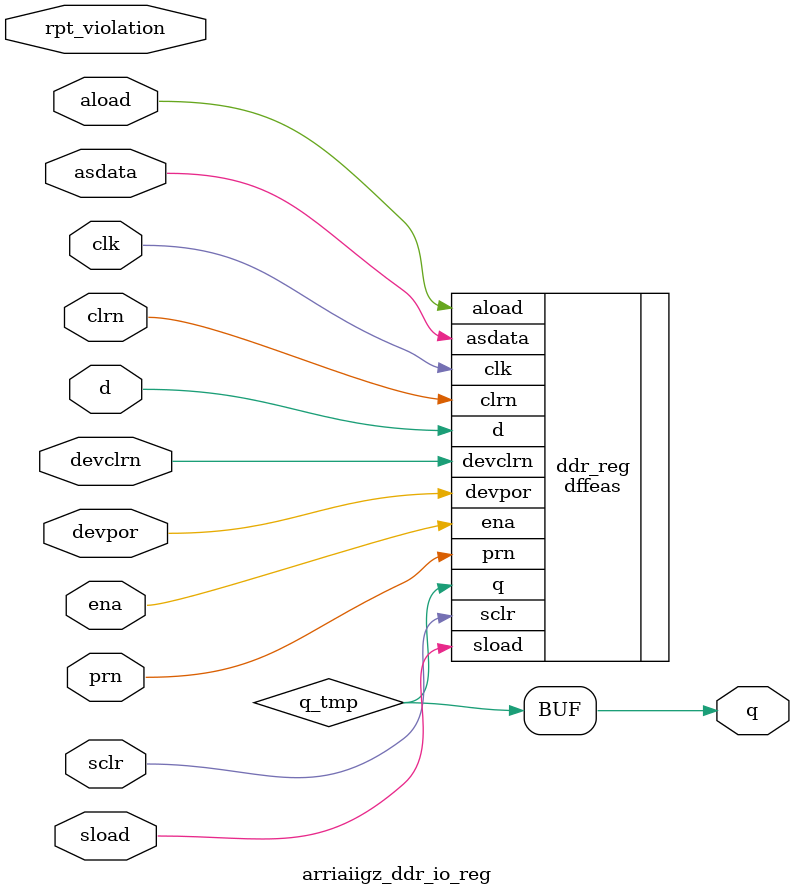
<source format=v>
module arriaiigz_ddr_io_reg (
        d,
        clk,
        ena,
        clrn,
        prn,
        aload,
        asdata,
        sclr,
        sload,
        devclrn,
        devpor,
        rpt_violation,
        q
);
// GLOBAL PARAMETER DECLARATION
parameter power_up = "DONT_CARE";
parameter is_wysiwyg = "false";
// LOCAL_PARAMETERS_BEGIN
parameter x_on_violation = "on";
// LOCAL_PARAMETERS_END
input d;
input clk;
input ena;
input clrn;
input prn;
input aload;
input asdata;
input sclr;
input sload;
input devclrn;
input devpor;
input rpt_violation;
output q;
wire q_tmp;
wire reset;
reg viol;
wire nosloadsclr;
wire sloaddata;
    assign reset = devpor && devclrn && clrn && ena && rpt_violation;
    assign nosloadsclr = reset && (~sload && ~sclr);
    assign sloaddata = reset && sload;
    assign q = q_tmp;
   dffeas  ddr_reg (
                   .d(d),
                   .clk(clk),
                   .clrn(clrn),
                   .aload(aload),
                   .sclr(sclr),
                   .sload(sload),
                   .asdata(asdata),
                   .ena(ena),
                   .prn(prn),
                   .q(q_tmp),
                   .devpor(devpor),
                   .devclrn(devclrn)
                  );
    defparam ddr_reg.power_up = power_up;
specify
    $setuphold (posedge clk &&& nosloadsclr, d, 0, 0, viol) ;
    $setuphold (posedge clk &&& reset, sclr, 0, 0, viol) ;
    $setuphold (posedge clk &&& reset, sload, 0, 0, viol) ;
    $setuphold (posedge clk &&& sloaddata, asdata, 0, 0, viol) ;
    $setuphold (posedge clk &&& reset, ena, 0, 0, viol) ;
    (posedge clk => (q +: d)) = 0 ;
    (posedge clrn => (q +: 1'b0)) = (0, 0) ;
    (posedge prn => (q +: 1'b1)) = (0, 0) ;
    (posedge aload => (q +: d)) = (0, 0) ;
    (asdata => q) = (0, 0) ;
endspecify
endmodule
</source>
